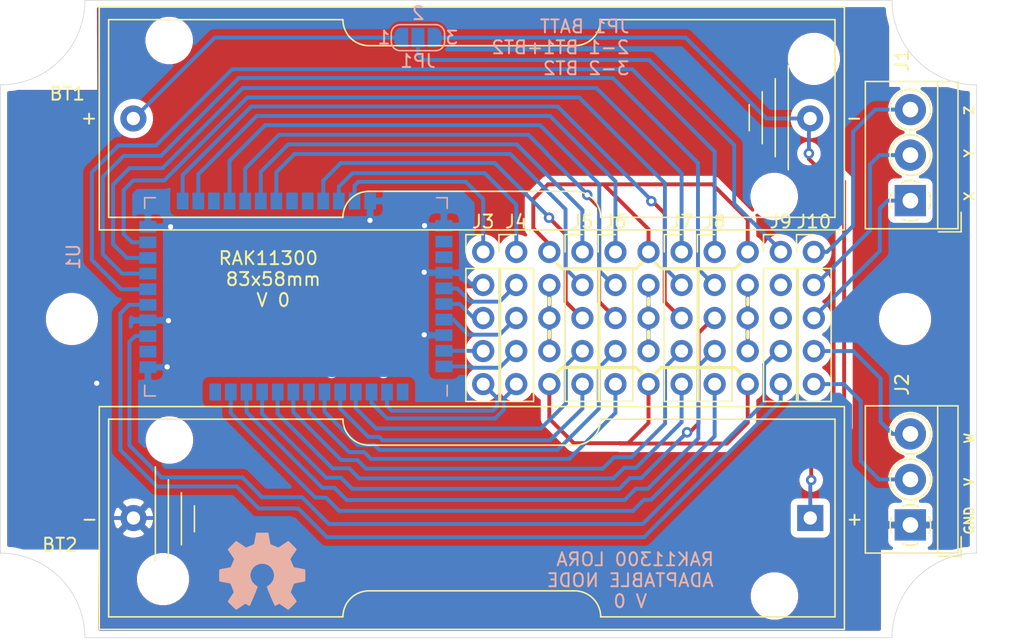
<source format=kicad_pcb>
(kicad_pcb (version 20171130) (host pcbnew 5.1.5+dfsg1-2build2)
  (title_block (title "RAK11300 83x58mm") (company Galopago))
  (layers (0 F.Cu signal) (31 B.Cu signal) (34 B.Paste user) (35 F.Paste user) (36 B.SilkS user) (37 F.SilkS user) (38 B.Mask user) (39 F.Mask user) (44 Edge.Cuts user))
  (net 0 "")
  (net 1 "Net-(BT1-Pad1)")
  (net 2 "Net-(BT1-Pad2)")
  (net 3 "Net-(U1-Pad38)")
  (net 4 "Net-(U1-Pad39)")
  (net 5 "Net-(U1-Pad32)")
  (net 6 "Net-(U1-Pad31)")
  (net 7 "Net-(U1-Pad26)")
  (net 8 "Net-(U1-Pad1)")
  (net 9 "Net-(U1-Pad15)")
  (net 10 "Net-(U1-Pad13)")
  (net 11 "Net-(J9-Pad3)")
  (net 12 "Net-(J9-Pad2)")
  (net 13 /USB_N)
  (net 14 /USB_P)
  (net 15 /P5J7)
  (net 16 /P4J7)
  (net 17 /P2J7)
  (net 18 /P1J7)
  (net 19 /P4J3)
  (net 20 /P3J3)
  (net 21 /P1J3)
  (net 22 /P4J4)
  (net 23 /P3J4)
  (net 24 /P2J4)
  (net 25 /P1J4)
  (net 26 /P5J5)
  (net 27 /P4J5)
  (net 28 /P3J5)
  (net 29 /P2J5)
  (net 30 /P1J5)
  (net 31 /P5J6)
  (net 32 /P4J6)
  (net 33 /P3J6)
  (net 34 /P2J6)
  (net 35 /P1J6)
  (net 36 /P3J7)
  (net 37 /P3J8)
  (net 38 /P4J8)
  (net 39 /P5J8)
  (net 40 /P2J8)
  (net 41 /P1J8)
  (net 42 /P4J9)
  (net 43 /P5J9)
  (net 44 /P5J10)
  (net 45 /P4J10)
  (net 46 /P3J10)
  (net 47 /P2J10)
  (net 48 /P1J10)
  (net 49 GND)
  (net 50 /P1J9)
  (module Connector_Wire:SolderWirePad_1x01_Drill0.8mm (layer F.Cu) (at 157.415 129.505)
    (fp_text reference REF** hide)
    (fp_text value SolderWirePad_1x01_Drill0.8mm hide)
    (pad 1 thru_hole circle (at 0 0) (size 1.7 1.7) (drill 1) (layers *.Cu *.Mask))
  )
  (module Connector_Wire:SolderWirePad_1x01_Drill0.8mm (layer F.Cu) (at 157.415 126.965)
    (fp_text reference REF** hide)
    (fp_text value SolderWirePad_1x01_Drill0.8mm hide)
    (pad 1 thru_hole circle (at 0 0) (size 1.7 1.7) (drill 1) (layers *.Cu *.Mask))
  )
  (module Connector_Wire:SolderWirePad_1x01_Drill0.8mm (layer F.Cu) (at 157.415 124.425)
    (fp_text reference REF** hide)
    (fp_text value SolderWirePad_1x01_Drill0.8mm hide)
    (pad 1 thru_hole circle (at 0 0) (size 1.7 1.7) (drill 1) (layers *.Cu *.Mask))
  )
  (module Connector_Wire:SolderWirePad_1x01_Drill0.8mm (layer F.Cu) (at 157.415 121.885)
    (fp_text reference REF** hide)
    (fp_text value SolderWirePad_1x01_Drill0.8mm hide)
    (pad 1 thru_hole circle (at 0 0) (size 1.7 1.7) (drill 1) (layers *.Cu *.Mask))
  )
  (module Connector_Wire:SolderWirePad_1x01_Drill0.8mm (layer F.Cu) (at 157.415 119.345)
    (fp_text reference REF** hide)
    (fp_text value SolderWirePad_1x01_Drill0.8mm hide)
    (pad 1 thru_hole circle (at 0 0) (size 1.7 1.7) (drill 1) (layers *.Cu *.Mask))
  )
  (module Connector_Wire:SolderWirePad_1x01_Drill0.8mm (layer F.Cu) (at 149.795 129.505)
    (fp_text reference REF** hide)
    (fp_text value SolderWirePad_1x01_Drill0.8mm hide)
    (pad 1 thru_hole circle (at 0 0) (size 1.7 1.7) (drill 1) (layers *.Cu *.Mask))
  )
  (module Connector_Wire:SolderWirePad_1x01_Drill0.8mm (layer F.Cu) (at 149.795 126.965)
    (fp_text reference REF** hide)
    (fp_text value SolderWirePad_1x01_Drill0.8mm hide)
    (pad 1 thru_hole circle (at 0 0) (size 1.7 1.7) (drill 1) (layers *.Cu *.Mask))
  )
  (module Connector_Wire:SolderWirePad_1x01_Drill0.8mm (layer F.Cu) (at 149.795 124.425)
    (fp_text reference REF** hide)
    (fp_text value SolderWirePad_1x01_Drill0.8mm hide)
    (pad 1 thru_hole circle (at 0 0) (size 1.7 1.7) (drill 1) (layers *.Cu *.Mask))
  )
  (module Connector_Wire:SolderWirePad_1x01_Drill0.8mm (layer F.Cu) (at 149.795 121.885)
    (fp_text reference REF** hide)
    (fp_text value SolderWirePad_1x01_Drill0.8mm hide)
    (pad 1 thru_hole circle (at 0 0) (size 1.7 1.7) (drill 1) (layers *.Cu *.Mask))
  )
  (module Connector_Wire:SolderWirePad_1x01_Drill0.8mm (layer F.Cu) (at 149.795 119.345)
    (fp_text reference REF** hide)
    (fp_text value SolderWirePad_1x01_Drill0.8mm hide)
    (pad 1 thru_hole circle (at 0 0) (size 1.7 1.7) (drill 1) (layers *.Cu *.Mask))
  )
  (module Connector_Wire:SolderWirePad_1x01_Drill0.8mm (layer F.Cu) (at 142.175 129.505)
    (fp_text reference REF** hide)
    (fp_text value SolderWirePad_1x01_Drill0.8mm hide)
    (pad 1 thru_hole circle (at 0 0) (size 1.7 1.7) (drill 1) (layers *.Cu *.Mask))
  )
  (module Connector_Wire:SolderWirePad_1x01_Drill0.8mm (layer F.Cu) (at 142.175 126.965)
    (fp_text reference REF** hide)
    (fp_text value SolderWirePad_1x01_Drill0.8mm hide)
    (pad 1 thru_hole circle (at 0 0) (size 1.7 1.7) (drill 1) (layers *.Cu *.Mask))
  )
  (module Connector_Wire:SolderWirePad_1x01_Drill0.8mm (layer F.Cu) (at 142.175 124.425)
    (fp_text reference REF** hide)
    (fp_text value SolderWirePad_1x01_Drill0.8mm hide)
    (pad 1 thru_hole circle (at 0 0) (size 1.7 1.7) (drill 1) (layers *.Cu *.Mask))
  )
  (module Connector_Wire:SolderWirePad_1x01_Drill0.8mm (layer F.Cu) (at 142.175 121.885)
    (fp_text reference REF** hide)
    (fp_text value SolderWirePad_1x01_Drill0.8mm hide)
    (pad 1 thru_hole circle (at 0 0) (size 1.7 1.7) (drill 1) (layers *.Cu *.Mask))
  )
  (module Connector_Wire:SolderWirePad_1x01_Drill0.8mm (layer F.Cu) (at 142.175 119.345)
    (fp_text reference REF** hide)
    (fp_text value SolderWirePad_1x01_Drill0.8mm hide)
    (pad 1 thru_hole circle (at 0 0) (size 1.7 1.7) (drill 1) (layers *.Cu *.Mask))
  )
  (module Battery:BatteryHolder_Keystone_2460_1xAA (layer F.Cu) (at 162.22 139.8 180)
    (fp_text reference BT2 (at 57.6482 -2.059 180) (layer F.SilkS))
    (fp_text value Battery_Cell)
    (fp_text user + (at -3.4 -0.06) (layer F.SilkS))
    (fp_text user - (at 55.37 -0.06) (layer F.SilkS))
    (pad 1 thru_hole rect (at 0 0) (size 2 2) (drill 1.02) (layers *.Cu *.Mask) (net 2 "Net-(BT1-Pad2)"))
    (pad 2 thru_hole circle (at 51.99 0) (size 2 2) (drill 1.02) (layers *.Cu *.Mask) (net 49 GND))
    (pad "" np_thru_hole circle (at 49.23 5.995 180) (size 2.64 2.64) (drill 2.64) (layers *.Cu *.Mask))
    (pad "" np_thru_hole circle (at 2.75 -5.995 270) (size 2.64 2.64) (drill 2.64) (layers *.Cu *.Mask))
  )
  (module RAKWIRELESS:RAK11300 (layer B.Cu) (at 122.7074 122.7963 90)
    (fp_text reference U1 (at 3.0734 -17.0942 90) (layer B.SilkS) (effects (justify mirror)))
    (fp_text value RAK11300)
    (pad 37 smd rect (at 5.45 11.37 180) (size 1.3 0.9) (layers B.Cu B.Paste B.Mask) (net 49 GND))
    (pad 38 smd rect (at 4.25 11.37 180) (size 1.3 0.9) (layers B.Cu B.Paste B.Mask) (net 3 "Net-(U1-Pad38)"))
    (pad 39 smd rect (at 3.05 11.37 180) (size 1.3 0.9) (layers B.Cu B.Paste B.Mask) (net 4 "Net-(U1-Pad39)"))
    (pad 40 smd rect (at 1.85 11.37 180) (size 1.3 0.9) (layers B.Cu B.Paste B.Mask) (net 49 GND))
    (pad 41 smd rect (at 0.65 11.37 180) (size 1.3 0.9) (layers B.Cu B.Paste B.Mask) (net 24 /P2J4))
    (pad 42 smd rect (at -0.55 11.37 180) (size 1.3 0.9) (layers B.Cu B.Paste B.Mask) (net 20 /P3J3))
    (pad 43 smd rect (at -1.75 11.37 180) (size 1.3 0.9) (layers B.Cu B.Paste B.Mask) (net 23 /P3J4))
    (pad 44 smd rect (at -2.95 11.37 180) (size 1.3 0.9) (layers B.Cu B.Paste B.Mask) (net 49 GND))
    (pad 45 smd rect (at -4.15 11.37 180) (size 1.3 0.9) (layers B.Cu B.Paste B.Mask) (net 19 /P4J3))
    (pad 46 smd rect (at -5.35 11.37 180) (size 1.3 0.9) (layers B.Cu B.Paste B.Mask) (net 22 /P4J4))
    (pad 36 smd rect (at 7.37 5.7 90) (size 1.3 0.9) (layers B.Cu B.Paste B.Mask) (net 49 GND))
    (pad 35 smd rect (at 7.37 4.5 90) (size 1.3 0.9) (layers B.Cu B.Paste B.Mask) (net 21 /P1J3))
    (pad 34 smd rect (at 7.37 3.3 90) (size 1.3 0.9) (layers B.Cu B.Paste B.Mask) (net 25 /P1J4))
    (pad 33 smd rect (at 7.37 2.1 90) (size 1.3 0.9) (layers B.Cu B.Paste B.Mask) (net 28 /P3J5))
    (pad 32 smd rect (at 7.37 0.9 90) (size 1.3 0.9) (layers B.Cu B.Paste B.Mask) (net 5 "Net-(U1-Pad32)"))
    (pad 31 smd rect (at 7.37 -0.3 90) (size 1.3 0.9) (layers B.Cu B.Paste B.Mask) (net 6 "Net-(U1-Pad31)"))
    (pad 30 smd rect (at 7.37 -1.5 90) (size 1.3 0.9) (layers B.Cu B.Paste B.Mask) (net 29 /P2J5))
    (pad 29 smd rect (at 7.37 -2.7 90) (size 1.3 0.9) (layers B.Cu B.Paste B.Mask) (net 30 /P1J5))
    (pad 28 smd rect (at 7.37 -3.9 90) (size 1.3 0.9) (layers B.Cu B.Paste B.Mask) (net 33 /P3J6))
    (pad 27 smd rect (at 7.37 -5.1 90) (size 1.3 0.9) (layers B.Cu B.Paste B.Mask) (net 34 /P2J6))
    (pad 26 smd rect (at 7.37 -6.3 90) (size 1.3 0.9) (layers B.Cu B.Paste B.Mask) (net 7 "Net-(U1-Pad26)"))
    (pad 25 smd rect (at 7.37 -7.5 90) (size 1.3 0.9) (layers B.Cu B.Paste B.Mask) (net 35 /P1J6))
    (pad 24 smd rect (at 7.37 -8.7 90) (size 1.3 0.9) (layers B.Cu B.Paste B.Mask) (net 36 /P3J7))
    (pad 23 smd rect (at 5.39 -11.37) (size 1.3 0.9) (layers B.Cu B.Paste B.Mask) (net 49 GND))
    (pad 22 smd rect (at 4.19 -11.37) (size 1.3 0.9) (layers B.Cu B.Paste B.Mask) (net 17 /P2J7))
    (pad 21 smd rect (at 2.99 -11.37) (size 1.3 0.9) (layers B.Cu B.Paste B.Mask) (net 18 /P1J7))
    (pad 20 smd rect (at 1.79 -11.37) (size 1.3 0.9) (layers B.Cu B.Paste B.Mask) (net 40 /P2J8))
    (pad 19 smd rect (at 0.59 -11.37) (size 1.3 0.9) (layers B.Cu B.Paste B.Mask) (net 41 /P1J8))
    (pad 8 smd rect (at -7.32 -0.2 90) (size 1.3 0.9) (layers B.Cu B.Paste B.Mask) (net 16 /P4J7))
    (pad 9 smd rect (at -7.32 -1.4 90) (size 1.3 0.9) (layers B.Cu B.Paste B.Mask) (net 15 /P5J7))
    (pad 10 smd rect (at -7.32 -2.6 90) (size 1.3 0.9) (layers B.Cu B.Paste B.Mask) (net 37 /P3J8))
    (pad 11 smd rect (at -7.32 -3.8 90) (size 1.3 0.9) (layers B.Cu B.Paste B.Mask) (net 38 /P4J8))
    (pad 17 smd rect (at -1.81 -11.37) (size 1.3 0.9) (layers B.Cu B.Paste B.Mask) (net 49 GND))
    (pad 7 smd rect (at -7.32 1 90) (size 1.3 0.9) (layers B.Cu B.Paste B.Mask) (net 31 /P5J6))
    (pad 6 smd rect (at -7.32 2.2 90) (size 1.3 0.9) (layers B.Cu B.Paste B.Mask) (net 32 /P4J6))
    (pad 5 smd rect (at -7.32 3.4 90) (size 1.3 0.9) (layers B.Cu B.Paste B.Mask) (net 26 /P5J5))
    (pad 4 smd rect (at -7.32 4.6 90) (size 1.3 0.9) (layers B.Cu B.Paste B.Mask) (net 27 /P4J5))
    (pad 3 smd rect (at -7.32 5.8 90) (size 1.3 0.9) (layers B.Cu B.Paste B.Mask) (net 14 /USB_P))
    (pad 2 smd rect (at -7.32 7 90) (size 1.3 0.9) (layers B.Cu B.Paste B.Mask) (net 13 /USB_N))
    (pad 1 smd rect (at -7.32 8.2 90) (size 1.3 0.9) (layers B.Cu B.Paste B.Mask) (net 8 "Net-(U1-Pad1)"))
    (pad 18 smd rect (at -0.61 -11.37) (size 1.3 0.9) (layers B.Cu B.Paste B.Mask) (net 43 /P5J9))
    (pad 16 smd rect (at -3.01 -11.37) (size 1.3 0.9) (layers B.Cu B.Paste B.Mask) (net 42 /P4J9))
    (pad 15 smd rect (at -4.21 -11.37) (size 1.3 0.9) (layers B.Cu B.Paste B.Mask) (net 9 "Net-(U1-Pad15)"))
    (pad 14 smd rect (at -5.41 -11.37 180) (size 1.3 0.9) (layers B.Cu B.Paste B.Mask) (net 49 GND))
    (pad 13 smd rect (at -7.32 -6.2 90) (size 1.3 0.9) (layers B.Cu B.Paste B.Mask) (net 10 "Net-(U1-Pad13)"))
    (pad 12 smd rect (at -7.32 -5 90) (size 1.3 0.9) (layers B.Cu B.Paste B.Mask) (net 39 /P5J8))
  )
  (module Connector_PinHeader_2.54mm:PinHeader_1x05_P2.54mm_Vertical (layer F.Cu) (at 159.955 119.345)
    (fp_text reference J9 (at 0 -2.33) (layer F.SilkS))
    (fp_text value Conn_01x05_Male)
    (pad 5 thru_hole oval (at 0 10.16) (size 1.7 1.7) (drill 1) (layers *.Cu *.Mask) (net 43 /P5J9))
    (pad 4 thru_hole oval (at 0 7.62) (size 1.7 1.7) (drill 1) (layers *.Cu *.Mask) (net 42 /P4J9))
    (pad 3 thru_hole oval (at 0 5.08) (size 1.7 1.7) (drill 1) (layers *.Cu *.Mask) (net 11 "Net-(J9-Pad3)"))
    (pad 2 thru_hole oval (at 0 2.54) (size 1.7 1.7) (drill 1) (layers *.Cu *.Mask) (net 12 "Net-(J9-Pad2)"))
    (pad 1 thru_hole circle (at 0 0) (size 1.7 1.7) (drill 1) (layers *.Cu *.Mask) (net 50 /P1J9))
  )
  (module Connector_PinHeader_2.54mm:PinHeader_1x05_P2.54mm_Vertical (layer F.Cu) (at 154.875 119.345)
    (fp_text reference J8 (at 0 -2.33) (layer F.SilkS))
    (fp_text value Conn_01x05_Male)
    (pad 5 thru_hole oval (at 0 10.16) (size 1.7 1.7) (drill 1) (layers *.Cu *.Mask) (net 39 /P5J8))
    (pad 4 thru_hole oval (at 0 7.62) (size 1.7 1.7) (drill 1) (layers *.Cu *.Mask) (net 38 /P4J8))
    (pad 3 thru_hole oval (at 0 5.08) (size 1.7 1.7) (drill 1) (layers *.Cu *.Mask) (net 37 /P3J8))
    (pad 2 thru_hole oval (at 0 2.54) (size 1.7 1.7) (drill 1) (layers *.Cu *.Mask) (net 40 /P2J8))
    (pad 1 thru_hole circle (at 0 0) (size 1.7 1.7) (drill 1) (layers *.Cu *.Mask) (net 41 /P1J8))
  )
  (module Connector_PinHeader_2.54mm:PinHeader_1x05_P2.54mm_Vertical (layer F.Cu) (at 152.335 119.345)
    (fp_text reference J7 (at 0 -2.33) (layer F.SilkS))
    (fp_text value Conn_01x05_Male)
    (pad 5 thru_hole oval (at 0 10.16) (size 1.7 1.7) (drill 1) (layers *.Cu *.Mask) (net 15 /P5J7))
    (pad 4 thru_hole oval (at 0 7.62) (size 1.7 1.7) (drill 1) (layers *.Cu *.Mask) (net 16 /P4J7))
    (pad 3 thru_hole oval (at 0 5.08) (size 1.7 1.7) (drill 1) (layers *.Cu *.Mask) (net 36 /P3J7))
    (pad 2 thru_hole oval (at 0 2.54) (size 1.7 1.7) (drill 1) (layers *.Cu *.Mask) (net 17 /P2J7))
    (pad 1 thru_hole circle (at 0 0) (size 1.7 1.7) (drill 1) (layers *.Cu *.Mask) (net 18 /P1J7))
  )
  (module Connector_PinHeader_2.54mm:PinHeader_1x05_P2.54mm_Vertical (layer F.Cu) (at 147.255 119.345)
    (fp_text reference J6 (at 0 -2.33) (layer F.SilkS))
    (fp_text value Conn_01x05_Male)
    (pad 5 thru_hole oval (at 0 10.16) (size 1.7 1.7) (drill 1) (layers *.Cu *.Mask) (net 31 /P5J6))
    (pad 4 thru_hole oval (at 0 7.62) (size 1.7 1.7) (drill 1) (layers *.Cu *.Mask) (net 32 /P4J6))
    (pad 3 thru_hole oval (at 0 5.08) (size 1.7 1.7) (drill 1) (layers *.Cu *.Mask) (net 33 /P3J6))
    (pad 2 thru_hole oval (at 0 2.54) (size 1.7 1.7) (drill 1) (layers *.Cu *.Mask) (net 34 /P2J6))
    (pad 1 thru_hole circle (at 0 0) (size 1.7 1.7) (drill 1) (layers *.Cu *.Mask) (net 35 /P1J6))
  )
  (module Connector_PinHeader_2.54mm:PinHeader_1x05_P2.54mm_Vertical (layer F.Cu) (at 144.715 119.345)
    (fp_text reference J5 (at 0 -2.33) (layer F.SilkS))
    (fp_text value Conn_01x05_Male)
    (pad 5 thru_hole oval (at 0 10.16) (size 1.7 1.7) (drill 1) (layers *.Cu *.Mask) (net 26 /P5J5))
    (pad 4 thru_hole oval (at 0 7.62) (size 1.7 1.7) (drill 1) (layers *.Cu *.Mask) (net 27 /P4J5))
    (pad 3 thru_hole oval (at 0 5.08) (size 1.7 1.7) (drill 1) (layers *.Cu *.Mask) (net 28 /P3J5))
    (pad 2 thru_hole oval (at 0 2.54) (size 1.7 1.7) (drill 1) (layers *.Cu *.Mask) (net 29 /P2J5))
    (pad 1 thru_hole circle (at 0 0) (size 1.7 1.7) (drill 1) (layers *.Cu *.Mask) (net 30 /P1J5))
  )
  (module Connector_PinHeader_2.54mm:PinHeader_1x05_P2.54mm_Vertical (layer F.Cu) (at 139.635 119.345)
    (fp_text reference J4 (at 0 -2.33) (layer F.SilkS))
    (fp_text value Conn_01x05_Male)
    (pad 5 thru_hole oval (at 0 10.16) (size 1.7 1.7) (drill 1) (layers *.Cu *.Mask) (net 14 /USB_P))
    (pad 4 thru_hole oval (at 0 7.62) (size 1.7 1.7) (drill 1) (layers *.Cu *.Mask) (net 22 /P4J4))
    (pad 3 thru_hole oval (at 0 5.08) (size 1.7 1.7) (drill 1) (layers *.Cu *.Mask) (net 23 /P3J4))
    (pad 2 thru_hole oval (at 0 2.54) (size 1.7 1.7) (drill 1) (layers *.Cu *.Mask) (net 24 /P2J4))
    (pad 1 thru_hole circle (at 0 0) (size 1.7 1.7) (drill 1) (layers *.Cu *.Mask) (net 25 /P1J4))
  )
  (module Connector_PinHeader_2.54mm:PinHeader_1x05_P2.54mm_Vertical (layer F.Cu) (at 137.095 119.345)
    (fp_text reference J3 (at 0 -2.33) (layer F.SilkS))
    (fp_text value Conn_01x05_Male)
    (pad 5 thru_hole oval (at 0 10.16) (size 1.7 1.7) (drill 1) (layers *.Cu *.Mask) (net 13 /USB_N))
    (pad 4 thru_hole oval (at 0 7.62) (size 1.7 1.7) (drill 1) (layers *.Cu *.Mask) (net 19 /P4J3))
    (pad 3 thru_hole oval (at 0 5.08) (size 1.7 1.7) (drill 1) (layers *.Cu *.Mask) (net 20 /P3J3))
    (pad 2 thru_hole oval (at 0 2.54) (size 1.7 1.7) (drill 1) (layers *.Cu *.Mask) (net 49 GND))
    (pad 1 thru_hole circle (at 0 0) (size 1.7 1.7) (drill 1) (layers *.Cu *.Mask) (net 21 /P1J3))
  )
  (module Connector_PinHeader_2.54mm:PinHeader_1x05_P2.54mm_Vertical (layer F.Cu) (at 162.495 119.345)
    (fp_text reference J10 (at 0 -2.33) (layer F.SilkS))
    (fp_text value Conn_01x05_Male)
    (pad 5 thru_hole oval (at 0 10.16) (size 1.7 1.7) (drill 1) (layers *.Cu *.Mask) (net 44 /P5J10))
    (pad 4 thru_hole oval (at 0 7.62) (size 1.7 1.7) (drill 1) (layers *.Cu *.Mask) (net 45 /P4J10))
    (pad 3 thru_hole oval (at 0 5.08) (size 1.7 1.7) (drill 1) (layers *.Cu *.Mask) (net 46 /P3J10))
    (pad 2 thru_hole oval (at 0 2.54) (size 1.7 1.7) (drill 1) (layers *.Cu *.Mask) (net 47 /P2J10))
    (pad 1 thru_hole circle (at 0 0) (size 1.7 1.7) (drill 1) (layers *.Cu *.Mask) (net 48 /P1J10))
  )
  (module Symbol:OSHW-Symbol_6.7x6mm_SilkScreen (layer B.Cu) (at 120.1293 143.9037 180)
    (fp_text reference REF** hide)
    (fp_text value OSHW-Symbol_6.7x6mm_SilkScreen hide)
  )
  (module Symbol:OSHW-Symbol_6.7x6mm_Copper (layer F.Cu) (at 127.4318 125.5903)
    (fp_text reference REF** hide)
    (fp_text value OSHW-Symbol_6.7x6mm_Copper hide)
    (fp_poly (pts (xy 0.555814 -2.531069) (xy 0.639635 -2.086445) (xy 0.94892 -1.958947) (xy 1.258206 -1.831449) (xy 1.629246 -2.083754) (xy 1.733157 -2.154004) (xy 1.827087 -2.216728) (xy 1.906652 -2.269062) (xy 1.96747 -2.308143) (xy 2.005157 -2.331107) (xy 2.015421 -2.336058) (xy 2.03391 -2.323324) (xy 2.07342 -2.288118) (xy 2.129522 -2.234938) (xy 2.197787 -2.168282) (xy 2.273786 -2.092646) (xy 2.353092 -2.012528) (xy 2.431275 -1.932426) (xy 2.503907 -1.856836) (xy 2.566559 -1.790255) (xy 2.614803 -1.737182) (xy 2.64421 -1.702113) (xy 2.651241 -1.690377) (xy 2.641123 -1.66874) (xy 2.612759 -1.621338) (xy 2.569129 -1.552807) (xy 2.513218 -1.467785) (xy 2.448006 -1.370907) (xy 2.410219 -1.31565) (xy 2.341343 -1.214752) (xy 2.28014 -1.123701) (xy 2.229578 -1.04703) (xy 2.192628 -0.989272) (xy 2.172258 -0.954957) (xy 2.169197 -0.947746) (xy 2.176136 -0.927252) (xy 2.195051 -0.879487) (xy 2.223087 -0.811168) (xy 2.257391 -0.729011) (xy 2.295109 -0.63973) (xy 2.333387 -0.550042) (xy 2.36937 -0.466662) (xy 2.400206 -0.396306) (xy 2.423039 -0.34569) (xy 2.435017 -0.321529) (xy 2.435724 -0.320578) (xy 2.454531 -0.315964) (xy 2.504618 -0.305672) (xy 2.580793 -0.290713) (xy 2.677865 -0.272099) (xy 2.790643 -0.250841) (xy 2.856442 -0.238582) (xy 2.97695 -0.215638) (xy 3.085797 -0.193805) (xy 3.177476 -0.174278) (xy 3.246481 -0.158252) (xy 3.287304 -0.146921) (xy 3.295511 -0.143326) (xy 3.303548 -0.118994) (xy 3.310033 -0.064041) (xy 3.31497 0.015108) (xy 3.318364 0.112026) (xy 3.320218 0.220287) (xy 3.320538 0.333465) (xy 3.319327 0.445135) (xy 3.31659 0.548868) (xy 3.312331 0.638241) (xy 3.306555 0.706826) (xy 3.299267 0.748197) (xy 3.294895 0.75681) (xy 3.268764 0.767133) (xy 3.213393 0.781892) (xy 3.136107 0.799352) (xy 3.04423 0.81778) (xy 3.012158 0.823741) (xy 2.857524 0.852066) (xy 2.735375 0.874876) (xy 2.641673 0.89308) (xy 2.572384 0.907583) (xy 2.523471 0.919292) (xy 2.490897 0.929115) (xy 2.470628 0.937956) (xy 2.458626 0.946724) (xy 2.456947 0.948457) (xy 2.440184 0.976371) (xy 2.414614 1.030695) (xy 2.382788 1.104777) (xy 2.34726 1.191965) (xy 2.310583 1.285608) (xy 2.275311 1.379052) (xy 2.243996 1.465647) (xy 2.219193 1.53874) (xy 2.203454 1.591678) (xy 2.199332 1.617811) (xy 2.199676 1.618726) (xy 2.213641 1.640086) (xy 2.245322 1.687084) (xy 2.291391 1.754827) (xy 2.348518 1.838423) (xy 2.413373 1.932982) (xy 2.431843 1.959854) (xy 2.497699 2.057275) (xy 2.55565 2.146163) (xy 2.602538 2.221412) (xy 2.635207 2.27792) (xy 2.6505 2.310581) (xy 2.651241 2.314593) (xy 2.638392 2.335684) (xy 2.602888 2.377464) (xy 2.549293 2.435445) (xy 2.482171 2.505135) (xy 2.406087 2.582045) (xy 2.325604 2.661683) (xy 2.245287 2.739561) (xy 2.169699 2.811186) (xy 2.103405 2.87207) (xy 2.050969 2.917721) (xy 2.016955 2.94365) (xy 2.007545 2.947883) (xy 1.985643 2.937912) (xy 1.9408 2.91102) (xy 1.880321 2.871736) (xy 1.833789 2.840117) (xy 1.749475 2.782098) (xy 1.649626 2.713784) (xy 1.549473 2.645579) (xy 1.495627 2.609075) (xy 1.313371 2.4858) (xy 1.160381 2.56852) (xy 1.090682 2.604759) (xy 1.031414 2.632926) (xy 0.991311 2.648991) (xy 0.981103 2.651226) (xy 0.968829 2.634722) (xy 0.944613 2.588082) (xy 0.910263 2.515609) (xy 0.867588 2.421606) (xy 0.818394 2.310374) (xy 0.76449 2.186215) (xy 0.707684 2.053432) (xy 0.649782 1.916327) (xy 0.592593 1.779202) (xy 0.537924 1.646358) (xy 0.487584 1.522098) (xy 0.44338 1.410725) (xy 0.407119 1.316539) (xy 0.380609 1.243844) (xy 0.365658 1.196941) (xy 0.363254 1.180833) (xy 0.382311 1.160286) (xy 0.424036 1.126933) (xy 0.479706 1.087702) (xy 0.484378 1.084599) (xy 0.628264 0.969423) (xy 0.744283 0.835053) (xy 0.83143 0.685784) (xy 0.888699 0.525913) (xy 0.915086 0.359737) (xy 0.909585 0.191552) (xy 0.87119 0.025655) (xy 0.798895 -0.133658) (xy 0.777626 -0.168513) (xy 0.666996 -0.309263) (xy 0.536302 -0.422286) (xy 0.390064 -0.506997) (xy 0.232808 -0.562806) (xy 0.069057 -0.589126) (xy -0.096667 -0.58537) (xy -0.259838 -0.55095) (xy -0.415935 -0.485277) (xy -0.560433 -0.387765) (xy -0.605131 -0.348187) (xy -0.718888 -0.224297) (xy -0.801782 -0.093876) (xy -0.858644 0.052315) (xy -0.890313 0.197088) (xy -0.898131 0.35986) (xy -0.872062 0.52344) (xy -0.814755 0.682298) (xy -0.728856 0.830906) (xy -0.617014 0.963735) (xy -0.481877 1.075256) (xy -0.464117 1.087011) (xy -0.40785 1.125508) (xy -0.365077 1.158863) (xy -0.344628 1.18016) (xy -0.344331 1.180833) (xy -0.348721 1.203871) (xy -0.366124 1.256157) (xy -0.394732 1.33339) (xy -0.432735 1.431268) (xy -0.478326 1.545491) (xy -0.529697 1.671758) (xy -0.585038 1.805767) (xy -0.642542 1.943218) (xy -0.700399 2.079808) (xy -0.756802 2.211237) (xy -0.809942 2.333205) (xy -0.85801 2.441409) (xy -0.899199 2.531549) (xy -0.931699 2.599323) (xy -0.953703 2.64043) (xy -0.962564 2.651226) (xy -0.98964 2.642819) (xy -1.040303 2.620272) (xy -1.105817 2.587613) (xy -1.141841 2.56852) (xy -1.294832 2.4858) (xy -1.477088 2.609075) (xy -1.570125 2.672228) (xy -1.671985 2.741727) (xy -1.767438 2.807165) (xy -1.81525 2.840117) (xy -1.882495 2.885273) (xy -1.939436 2.921057) (xy -1.978646 2.942938) (xy -1.991381 2.947563) (xy -2.009917 2.935085) (xy -2.050941 2.900252) (xy -2.110475 2.846678) (xy -2.184542 2.777983) (xy -2.269165 2.697781) (xy -2.322685 2.646286) (xy -2.416319 2.554286) (xy -2.497241 2.471999) (xy -2.562177 2.402945) (xy -2.607858 2.350644) (xy -2.631011 2.318616) (xy -2.633232 2.312116) (xy -2.622924 2.287394) (xy -2.594439 2.237405) (xy -2.550937 2.167212) (xy -2.495577 2.081875) (xy -2.43152 1.986456) (xy -2.413303 1.959854) (xy -2.346927 1.863167) (xy -2.287378 1.776117) (xy -2.237984 1.703595) (xy -2.202075 1.650493) (xy -2.182981 1.621703) (xy -2.181136 1.618726) (xy -2.183895 1.595782) (xy -2.198538 1.545336) (xy -2.222513 1.474041) (xy -2.253266 1.388547) (xy -2.288244 1.295507) (xy -2.324893 1.201574) (xy -2.360661 1.113399) (xy -2.392994 1.037634) (xy -2.419338 0.980931) (xy -2.437142 0.949943) (xy -2.438407 0.948457) (xy -2.449294 0.939601) (xy -2.467682 0.930843) (xy -2.497606 0.921277) (xy -2.543103 0.909996) (xy -2.608209 0.896093) (xy -2.696961 0.878663) (xy -2.813393 0.856798) (xy -2.961542 0.829591) (xy -2.993618 0.823741) (xy -3.088686 0.805374) (xy -3.171565 0.787405) (xy -3.23493 0.771569) (xy -3.271458 0.7596) (xy -3.276356 0.75681) (xy -3.284427 0.732072) (xy -3.290987 0.67679) (xy -3.296033 0.597389) (xy -3.299559 0.500296) (xy -3.301561 0.391938) (xy -3.302036 0.27874) (xy -3.300977 0.167128) (xy -3.298382 0.063529) (xy -3.294246 -0.025632) (xy -3.288563 -0.093928) (xy -3.281331 -0.134934) (xy -3.276971 -0.143326) (xy -3.252698 -0.151792) (xy -3.197426 -0.165565) (xy -3.116662 -0.18345) (xy -3.015912 -0.204252) (xy -2.900683 -0.226777) (xy -2.837902 -0.238582) (xy -2.718787 -0.260849) (xy -2.612565 -0.281021) (xy -2.524427 -0.298085) (xy -2.459566 -0.311031) (xy -2.423174 -0.318845) (xy -2.417184 -0.320578) (xy -2.407061 -0.34011) (xy -2.385662 -0.387157) (xy -2.355839 -0.454997) (xy -2.320445 -0.536909) (xy -2.282332 -0.626172) (xy -2.244353 -0.716065) (xy -2.20936 -0.799865) (xy -2.180206 -0.870853) (xy -2.159743 -0.922306) (xy -2.150823 -0.947503) (xy -2.150657 -0.948604) (xy -2.160769 -0.968481) (xy -2.189117 -1.014223) (xy -2.232723 -1.081283) (xy -2.288606 -1.165116) (xy -2.353787 -1.261174) (xy -2.391679 -1.31635) (xy -2.460725 -1.417519) (xy -2.52205 -1.50937) (xy -2.572663 -1.587256) (xy -2.609571 -1.646531) (xy -2.629782 -1.682549) (xy -2.632701 -1.690623) (xy -2.620153 -1.709416) (xy -2.585463 -1.749543) (xy -2.533063 -1.806507) (xy -2.467384 -1.875815) (xy -2.392856 -1.952969) (xy -2.313913 -2.033475) (xy -2.234983 -2.112837) (xy -2.1605 -2.18656) (xy -2.094894 -2.250148) (xy -2.042596 -2.299106) (xy -2.008039 -2.328939) (xy -1.996478 -2.336058) (xy -1.977654 -2.326047) (xy -1.932631 -2.297922) (xy -1.865787 -2.254546) (xy -1.781499 -2.198782) (xy -1.684144 -2.133494) (xy -1.610707 -2.083754) (xy -1.239667 -1.831449) (xy -0.621095 -2.086445) (xy -0.537275 -2.531069) (xy -0.453454 -2.975693) (xy 0.471994 -2.975693) (xy 0.555814 -2.531069)) (layer F.Cu) (width 0.01))
  )
  (module TerminalBlock_4Ucon:TerminalBlock_4Ucon_1x03_P3.50mm_Horizontal (layer F.Cu) (at 169.91 115.4 90)
    (fp_text reference J1 (at 10.795 -0.635 90) (layer F.SilkS))
    (fp_text value Screw_Terminal_01x03)
    (pad 3 thru_hole circle (at 7 0 90) (size 2.4 2.4) (drill 1.2) (layers *.Cu *.Mask) (net 48 /P1J10))
    (pad 2 thru_hole circle (at 3.5 0 90) (size 2.4 2.4) (drill 1.2) (layers *.Cu *.Mask) (net 47 /P2J10))
    (pad 1 thru_hole rect (at 0 0 90) (size 2.4 2.4) (drill 1.2) (layers *.Cu *.Mask) (net 46 /P3J10))
  )
  (module Battery:BatteryHolder_Keystone_2460_1xAA (layer F.Cu) (at 110.22 109.085)
    (fp_text reference BT1 (at -5.08 -1.905 180) (layer F.SilkS))
    (fp_text value Battery_Cell)
    (fp_text user + (at -3.4 -0.06) (layer F.SilkS))
    (fp_text user - (at 55.37 -0.06) (layer F.SilkS))
    (pad 1 thru_hole circle (at 0 0 180) (size 2 2) (drill 1.02) (layers *.Cu *.Mask) (net 1 "Net-(BT1-Pad1)"))
    (pad 2 thru_hole circle (at 51.99 0 180) (size 2 2) (drill 1.02) (layers *.Cu *.Mask) (net 2 "Net-(BT1-Pad2)"))
    (pad "" np_thru_hole circle (at 49.23 5.995) (size 2.64 2.64) (drill 2.64) (layers *.Cu *.Mask))
    (pad "" np_thru_hole circle (at 2.75 -5.995 90) (size 2.64 2.64) (drill 2.64) (layers *.Cu *.Mask))
  )
  (module TerminalBlock_4Ucon:TerminalBlock_4Ucon_1x03_P3.50mm_Horizontal (layer F.Cu) (at 169.91 140.335 90)
    (fp_text reference J2 (at 10.795 -0.635 90) (layer F.SilkS))
    (fp_text value Screw_Terminal_01x03)
    (pad 3 thru_hole circle (at 7 0 90) (size 2.4 2.4) (drill 1.2) (layers *.Cu *.Mask) (net 45 /P4J10))
    (pad 2 thru_hole circle (at 3.5 0 90) (size 2.4 2.4) (drill 1.2) (layers *.Cu *.Mask) (net 44 /P5J10))
    (pad 1 thru_hole rect (at 0 0 90) (size 2.4 2.4) (drill 1.2) (layers *.Cu *.Mask) (net 49 GND))
  )
  (module Jumper:SolderJumper-3_P1.3mm_Open_RoundedPad1.0x1.5mm_NumberLabels (layer B.Cu) (at 132.08 102.87)
    (fp_text reference JP1 (at 0 1.8) (layer B.SilkS) (effects (justify mirror)))
    (fp_text value SolderJumper_3_Open)
    (fp_text user 1 (at -2.6 0) (layer B.SilkS) (effects (justify mirror)))
    (fp_text user 3 (at 2.6 0) (layer B.SilkS) (effects (justify mirror)))
    (pad 2 smd rect (at 0 0) (size 1 1.5) (layers B.Cu B.Mask) (net 50 /P1J9))
    (pad 3 smd custom (at 1.3 0) (size 1 0.5) (layers B.Cu B.Mask) (net 2 "Net-(BT1-Pad2)") (options (clearance outline) (anchor rect)) (primitives (gr_circle (center 0 -0.25) (end 0.5 -0.25) (width 0)) (gr_circle (center 0 0.25) (end 0.5 0.25) (width 0)) (gr_poly (pts (xy -0.55 0.75) (xy 0 0.75) (xy 0 -0.75) (xy -0.55 -0.75)) (width 0))))
    (pad 1 smd custom (at -1.3 0) (size 1 0.5) (layers B.Cu B.Mask) (net 1 "Net-(BT1-Pad1)") (options (clearance outline) (anchor rect)) (primitives (gr_circle (center 0 -0.25) (end 0.5 -0.25) (width 0)) (gr_circle (center 0 0.25) (end 0.5 0.25) (width 0)) (gr_poly (pts (xy 0.55 0.75) (xy 0 0.75) (xy 0 -0.75) (xy 0.55 -0.75)) (width 0))))
  )
  (module MountingHole:MountingHole_3mm (layer F.Cu) (at 105.5 124.5)
    (fp_text reference H2 hide)
    (fp_text value MountingHole)
    (pad 1 np_thru_hole circle (at 0 0) (size 3 3) (drill 3) (layers *.Cu *.Mask))
  )
  (module MountingHole:MountingHole_3mm (layer F.Cu) (at 112.5 144.5)
    (fp_text reference H3 hide)
    (fp_text value MountingHole)
    (pad 1 np_thru_hole circle (at 0 0) (size 3 3) (drill 3) (layers *.Cu *.Mask))
  )
  (module MountingHole:MountingHole_3mm (layer F.Cu) (at 162.5 104.5)
    (fp_text reference H4 hide)
    (fp_text value MountingHole)
    (pad 1 np_thru_hole circle (at 0 0) (size 3 3) (drill 3) (layers *.Cu *.Mask))
  )
  (module MountingHole:MountingHole_3mm (layer F.Cu) (at 169.5 124.5)
    (fp_text reference H5 hide)
    (fp_text value MountingHole)
    (pad 1 np_thru_hole circle (at 0 0) (size 3 3) (drill 3) (layers *.Cu *.Mask))
  )
  (gr_text 2 (at 132.6769 100.9904) (layer B.SilkS) (effects (font (size 1 1)) (justify left mirror)))
  (gr_line (start 150.7744 120.6373) (end 150.3172 120.1801) (layer F.SilkS) (width 0.25))
  (gr_line (start 156.8704 120.2055) (end 156.4132 120.6627) (layer F.SilkS) (width 0.25))
  (gr_line (start 156.4386 120.6373) (end 150.7363 120.6373) (layer F.SilkS) (width 0.25))
  (gr_line (start 149.3012 120.1801) (end 148.844 120.6373) (layer F.SilkS) (width 0.25))
  (gr_line (start 148.8567 120.6373) (end 143.1544 120.6373) (layer F.SilkS) (width 0.25))
  (gr_line (start 143.129 120.6373) (end 142.6718 120.1801) (layer F.SilkS) (width 0.25))
  (gr_line (start 156.8958 128.6891) (end 156.4386 128.2319) (layer F.SilkS) (width 0.25))
  (gr_line (start 149.2885 128.6891) (end 148.8313 128.2319) (layer F.SilkS) (width 0.25))
  (gr_line (start 150.7363 128.2319) (end 150.2791 128.6891) (layer F.SilkS) (width 0.25))
  (gr_line (start 143.1544 128.2319) (end 142.6972 128.6891) (layer F.SilkS) (width 0.25))
  (gr_line (start 156.4513 128.2319) (end 150.749 128.2319) (layer F.SilkS) (width 0.25))
  (gr_line (start 148.844 128.2319) (end 143.1417 128.2319) (layer F.SilkS) (width 0.25))
  (gr_line (start 157.4165 125.4506) (end 157.4165 125.9332) (layer F.SilkS) (width 0.25))
  (gr_line (start 157.4165 122.9106) (end 157.4165 123.3932) (layer F.SilkS) (width 0.25))
  (gr_line (start 149.7965 125.4633) (end 149.7965 125.9459) (layer F.SilkS) (width 0.25))
  (gr_line (start 149.7965 122.9233) (end 149.7965 123.4059) (layer F.SilkS) (width 0.25))
  (gr_line (start 142.1765 125.4506) (end 142.1765 125.9332) (layer F.SilkS) (width 0.25))
  (gr_line (start 142.1765 122.9106) (end 142.1765 123.3932) (layer F.SilkS) (width 0.25))
  (gr_text "RAK11300 LORA \nADAPTABLE NODE\nV 0" (at 148.3868 144.5895) (layer B.SilkS) (effects (font (size 1 1)) (justify mirror)))
  (gr_text "GND   V     W" (at 174.425 137.16 90) (layer F.SilkS) (effects (font (size 0.7 0.7))))
  (gr_text "X     Y     Z" (at 174.425 111.76 90) (layer F.SilkS) (effects (font (size 0.7 0.7))))
  (gr_text "JP1 BATT\n2-1 BT1+BT2\n3-2 BT2" (at 148.4122 103.6193) (layer B.SilkS) (effects (font (size 1 1)) (justify left mirror)))
  (gr_text "RAK11300 \n83x58mm\nV 0" (at 120.9675 121.4374) (layer F.SilkS) (effects (font (size 1 1))))
  (gr_arc (start 175 149) (end 175 142.5) (angle -90) (layer Edge.Cuts) (width 0.05))
  (gr_arc (start 175 100) (end 175 106.5) (angle 90) (layer Edge.Cuts) (width 0.05))
  (gr_arc (start 100 149) (end 106.5 149) (angle -90) (layer Edge.Cuts) (width 0.05))
  (gr_arc (start 100 100) (end 106.5 100) (angle 90) (layer Edge.Cuts) (width 0.05))
  (gr_line (start 175 106.5) (end 175 142.5) (layer Edge.Cuts) (width 0.05))
  (gr_line (start 100 106.5) (end 100 142.5) (layer Edge.Cuts) (width 0.05))
  (gr_line (start 106.5 149) (end 168.5 149) (layer Edge.Cuts) (width 0.05))
  (gr_line (start 106.5 100) (end 168.5 100) (layer Edge.Cuts) (width 0.05))
  (segment (start 142.175 124.425) (end 142.175 126.965) (width 0.3) (layer B.Cu) (net 0))
  (segment (start 142.175 124.425) (end 142.175 121.885) (width 0.3) (layer B.Cu) (net 0))
  (segment (start 149.795 121.885) (end 149.795 124.425) (width 0.3) (layer B.Cu) (net 0))
  (segment (start 149.795 124.425) (end 149.795 126.965) (width 0.3) (layer B.Cu) (net 0))
  (segment (start 157.415 126.965) (end 157.415 124.425) (width 0.3) (layer B.Cu) (net 0))
  (segment (start 157.415 124.425) (end 157.415 121.885) (width 0.3) (layer B.Cu) (net 0))
  (segment (start 157.415 121.885) (end 157.415 124.425) (width 0.3) (layer F.Cu) (net 0))
  (segment (start 157.415 124.425) (end 157.415 126.965) (width 0.3) (layer F.Cu) (net 0))
  (segment (start 149.795 121.885) (end 149.795 124.425) (width 0.3) (layer F.Cu) (net 0))
  (segment (start 149.795 124.425) (end 149.795 126.965) (width 0.3) (layer F.Cu) (net 0))
  (segment (start 142.175 121.885) (end 142.175 124.425) (width 0.3) (layer F.Cu) (net 0))
  (segment (start 142.175 124.425) (end 142.175 126.965) (width 0.3) (layer F.Cu) (net 0))
  (segment (start 157.415 129.505) (end 157.415 132.4752) (width 0.3) (layer F.Cu) (net 0))
  (segment (start 157.415 132.4752) (end 155.8163 134.0739) (width 0.3) (layer F.Cu) (net 0))
  (segment (start 149.795 132.4722) (end 149.795 129.505) (width 0.3) (layer F.Cu) (net 0))
  (segment (start 149.795 132.4879) (end 149.795 132.4722) (width 0.3) (layer F.Cu) (net 0))
  (segment (start 148.2344 134.0485) (end 149.795 132.4879) (width 0.3) (layer F.Cu) (net 0))
  (segment (start 142.175 132.1674) (end 144.0561 134.0485) (width 0.3) (layer F.Cu) (net 0))
  (segment (start 142.175 129.505) (end 142.175 132.1674) (width 0.3) (layer F.Cu) (net 0))
  (segment (start 142.175 119.345) (end 142.175 118.7562) (width 0.3) (layer F.Cu) (net 0))
  (segment (start 142.175 118.7562) (end 140.9446 117.5258) (width 0.3) (layer F.Cu) (net 0))
  (segment (start 140.9446 117.5258) (end 140.9446 115.2779) (width 0.3) (layer F.Cu) (net 0))
  (segment (start 140.9446 115.2779) (end 142.0749 114.1476) (width 0.3) (layer F.Cu) (net 0))
  (segment (start 142.0749 114.1476) (end 146.3421 114.1476) (width 0.3) (layer F.Cu) (net 0))
  (segment (start 149.795 117.6005) (end 149.795 119.345) (width 0.3) (layer F.Cu) (net 0))
  (segment (start 146.3421 114.1476) (end 149.795 117.6005) (width 0.3) (layer F.Cu) (net 0))
  (segment (start 157.415 119.345) (end 157.415 116.8512) (width 0.3) (layer F.Cu) (net 0))
  (segment (start 154.7114 114.1476) (end 146.3421 114.1476) (width 0.3) (layer F.Cu) (net 0))
  (segment (start 157.415 116.8512) (end 154.7114 114.1476) (width 0.3) (layer F.Cu) (net 0))
  (segment (start 147.5867 134.0485) (end 148.2344 134.0485) (width 0.3) (layer F.Cu) (net 0))
  (segment (start 147.6121 134.0739) (end 147.5867 134.0485) (width 0.3) (layer F.Cu) (net 0))
  (segment (start 144.0561 134.0485) (end 147.5867 134.0485) (width 0.3) (layer F.Cu) (net 0))
  (segment (start 155.8163 134.0739) (end 151.8666 134.0739) (width 0.3) (layer F.Cu) (net 0))
  (segment (start 151.8666 134.0739) (end 147.6121 134.0739) (width 0.3) (layer F.Cu) (net 0))
  (segment (start 151.8666 134.0739) (end 151.3967 134.0739) (width 0.3) (layer F.Cu) (net 0))
  (segment (start 110.22 109.085) (end 110.2567 109.085) (width 0.3) (layer B.Cu) (net 1))
  (segment (start 116.4717 102.87) (end 130.78 102.87) (width 0.3) (layer B.Cu) (net 1))
  (segment (start 110.2567 109.085) (end 116.4717 102.87) (width 0.3) (layer B.Cu) (net 1))
  (segment (start 133.38 102.87) (end 152.6413 102.87) (width 0.3) (layer B.Cu) (net 2))
  (segment (start 158.8563 109.085) (end 162.21 109.085) (width 0.3) (layer B.Cu) (net 2))
  (segment (start 152.6413 102.87) (end 158.8563 109.085) (width 0.3) (layer B.Cu) (net 2))
  (via (at 162.2933 136.8806) (size 0.8) (drill 0.4) (layers F.Cu B.Cu) (net 2))
  (segment (start 162.22 136.9539) (end 162.2933 136.8806) (width 0.3) (layer B.Cu) (net 2))
  (segment (start 162.22 139.8) (end 162.22 136.9539) (width 0.3) (layer B.Cu) (net 2))
  (via (at 162.1155 111.7727) (size 0.8) (drill 0.4) (layers F.Cu B.Cu) (net 2))
  (segment (start 162.1155 109.1795) (end 162.21 109.085) (width 0.3) (layer B.Cu) (net 2))
  (segment (start 162.1155 111.7727) (end 162.1155 109.1795) (width 0.3) (layer B.Cu) (net 2))
  (segment (start 162.687 112.7633) (end 162.1155 112.1918) (width 0.3) (layer F.Cu) (net 2))
  (segment (start 162.1155 112.1918) (end 162.1155 111.7727) (width 0.3) (layer F.Cu) (net 2))
  (segment (start 163.6522 112.7633) (end 162.687 112.7633) (width 0.3) (layer F.Cu) (net 2))
  (segment (start 164.8206 132.7658) (end 164.8206 113.9317) (width 0.3) (layer F.Cu) (net 2))
  (segment (start 163.957 133.6294) (end 164.8206 132.7658) (width 0.3) (layer F.Cu) (net 2))
  (segment (start 163.0934 133.6294) (end 163.957 133.6294) (width 0.3) (layer F.Cu) (net 2))
  (segment (start 164.8206 113.9317) (end 163.6522 112.7633) (width 0.3) (layer F.Cu) (net 2))
  (segment (start 162.2933 134.4295) (end 163.0934 133.6294) (width 0.3) (layer F.Cu) (net 2))
  (segment (start 162.2933 136.8806) (end 162.2933 134.4295) (width 0.3) (layer F.Cu) (net 2))
  (segment (start 129.7074 130.3163) (end 129.3324 130.6913) (width 0.2) (layer B.Cu) (net 13))
  (segment (start 129.7074 130.1163) (end 129.7074 130.3163) (width 0.2) (layer B.Cu) (net 13))
  (segment (start 129.7074 130.1163) (end 129.7074 131.1933) (width 0.3) (layer B.Cu) (net 13))
  (segment (start 129.7074 131.1933) (end 130.0607 131.5466) (width 0.3) (layer B.Cu) (net 13))
  (segment (start 130.0607 131.5466) (end 137.8458 131.5466) (width 0.3) (layer B.Cu) (net 13))
  (segment (start 137.8458 131.5466) (end 138.1633 131.2291) (width 0.3) (layer B.Cu) (net 13))
  (segment (start 138.1633 130.5733) (end 137.095 129.505) (width 0.3) (layer B.Cu) (net 13))
  (segment (start 138.1633 131.2291) (end 138.1633 130.5733) (width 0.3) (layer B.Cu) (net 13))
  (segment (start 128.5074 130.3163) (end 128.8824 130.6913) (width 0.2) (layer B.Cu) (net 14))
  (segment (start 128.5074 130.1163) (end 128.5074 130.3163) (width 0.2) (layer B.Cu) (net 14))
  (segment (start 139.635 129.66295) (end 139.635 129.505) (width 0.3) (layer B.Cu) (net 14))
  (segment (start 138.684 130.61395) (end 139.635 129.66295) (width 0.3) (layer B.Cu) (net 14))
  (segment (start 138.684 131.4704) (end 138.684 130.61395) (width 0.3) (layer B.Cu) (net 14))
  (segment (start 138.0109 132.1435) (end 138.684 131.4704) (width 0.3) (layer B.Cu) (net 14))
  (segment (start 129.7051 132.1435) (end 138.0109 132.1435) (width 0.3) (layer B.Cu) (net 14))
  (segment (start 128.5074 130.9458) (end 129.7051 132.1435) (width 0.3) (layer B.Cu) (net 14))
  (segment (start 128.5074 130.1163) (end 128.5074 130.9458) (width 0.3) (layer B.Cu) (net 14))
  (segment (start 152.335 132.4371) (end 152.335 129.505) (width 0.3) (layer B.Cu) (net 15))
  (segment (start 147.9169 135.9408) (end 148.8313 135.9408) (width 0.3) (layer B.Cu) (net 15))
  (segment (start 148.8313 135.9408) (end 152.335 132.4371) (width 0.3) (layer B.Cu) (net 15))
  (segment (start 147.1041 136.7536) (end 147.9169 135.9408) (width 0.3) (layer B.Cu) (net 15))
  (segment (start 127.5715 136.7536) (end 147.1041 136.7536) (width 0.3) (layer B.Cu) (net 15))
  (segment (start 125.5141 135.9789) (end 126.7968 135.9789) (width 0.3) (layer B.Cu) (net 15))
  (segment (start 121.3074 131.7722) (end 125.5141 135.9789) (width 0.3) (layer B.Cu) (net 15))
  (segment (start 126.7968 135.9789) (end 127.5715 136.7536) (width 0.3) (layer B.Cu) (net 15))
  (segment (start 121.3074 130.1163) (end 121.3074 131.7722) (width 0.3) (layer B.Cu) (net 15))
  (segment (start 122.5074 131.6641) (end 122.5074 130.1163) (width 0.3) (layer B.Cu) (net 16))
  (segment (start 127.4318 135.3439) (end 126.1872 135.3439) (width 0.3) (layer B.Cu) (net 16))
  (segment (start 146.2786 136.0043) (end 128.0922 136.0043) (width 0.3) (layer B.Cu) (net 16))
  (segment (start 147.1549 135.128) (end 146.2786 136.0043) (width 0.3) (layer B.Cu) (net 16))
  (segment (start 148.4757 135.128) (end 147.1549 135.128) (width 0.3) (layer B.Cu) (net 16))
  (segment (start 151.0665 132.5372) (end 148.4757 135.128) (width 0.3) (layer B.Cu) (net 16))
  (segment (start 128.0922 136.0043) (end 127.4318 135.3439) (width 0.3) (layer B.Cu) (net 16))
  (segment (start 151.0665 128.2065) (end 151.0665 132.5372) (width 0.3) (layer B.Cu) (net 16))
  (segment (start 152.308 126.965) (end 151.0665 128.2065) (width 0.3) (layer B.Cu) (net 16))
  (segment (start 126.1872 135.3439) (end 122.5074 131.6641) (width 0.3) (layer B.Cu) (net 16))
  (segment (start 152.335 126.965) (end 152.308 126.965) (width 0.3) (layer B.Cu) (net 16))
  (segment (start 152.335 121.885) (end 152.2126 121.885) (width 0.3) (layer B.Cu) (net 17))
  (segment (start 109.474 117.9703) (end 110.11 118.6063) (width 0.3) (layer B.Cu) (net 17))
  (segment (start 109.474 114.5921) (end 109.474 117.9703) (width 0.3) (layer B.Cu) (net 17))
  (segment (start 112.5982 113.8428) (end 110.2233 113.8428) (width 0.3) (layer B.Cu) (net 17))
  (segment (start 118.9736 107.4674) (end 112.5982 113.8428) (width 0.3) (layer B.Cu) (net 17))
  (segment (start 110.11 118.6063) (end 111.3374 118.6063) (width 0.3) (layer B.Cu) (net 17))
  (segment (start 110.2233 113.8428) (end 109.474 114.5921) (width 0.3) (layer B.Cu) (net 17))
  (segment (start 151.0538 120.5738) (end 151.0538 114.0587) (width 0.3) (layer B.Cu) (net 17))
  (segment (start 152.335 121.855) (end 151.0538 120.5738) (width 0.3) (layer B.Cu) (net 17))
  (segment (start 144.4625 107.4674) (end 118.9736 107.4674) (width 0.3) (layer B.Cu) (net 17))
  (segment (start 151.0538 114.0587) (end 144.4625 107.4674) (width 0.3) (layer B.Cu) (net 17))
  (segment (start 152.335 121.885) (end 152.335 121.855) (width 0.3) (layer B.Cu) (net 17))
  (segment (start 109.7225 119.8063) (end 111.3374 119.8063) (width 0.3) (layer B.Cu) (net 18))
  (segment (start 108.6612 118.745) (end 109.7225 119.8063) (width 0.3) (layer B.Cu) (net 18))
  (segment (start 109.9312 112.903) (end 108.6612 114.173) (width 0.3) (layer B.Cu) (net 18))
  (segment (start 112.4585 112.903) (end 109.9312 112.903) (width 0.3) (layer B.Cu) (net 18))
  (segment (start 118.618 106.7435) (end 112.4585 112.903) (width 0.3) (layer B.Cu) (net 18))
  (segment (start 145.7833 106.7435) (end 118.618 106.7435) (width 0.3) (layer B.Cu) (net 18))
  (segment (start 152.335 113.2952) (end 145.7833 106.7435) (width 0.3) (layer B.Cu) (net 18))
  (segment (start 108.6612 114.173) (end 108.6612 118.745) (width 0.3) (layer B.Cu) (net 18))
  (segment (start 152.335 119.345) (end 152.335 113.2952) (width 0.3) (layer B.Cu) (net 18))
  (segment (start 137.0763 126.9463) (end 137.095 126.965) (width 0.3) (layer B.Cu) (net 19))
  (segment (start 134.0774 126.9463) (end 137.0763 126.9463) (width 0.3) (layer B.Cu) (net 19))
  (segment (start 137.095 124.425) (end 136.363 124.425) (width 0.3) (layer B.Cu) (net 20))
  (segment (start 135.2843 123.3463) (end 134.0774 123.3463) (width 0.3) (layer B.Cu) (net 20))
  (segment (start 136.363 124.425) (end 135.2843 123.3463) (width 0.3) (layer B.Cu) (net 20))
  (segment (start 137.095 115.2891) (end 137.095 119.345) (width 0.3) (layer B.Cu) (net 21))
  (segment (start 135.7503 113.9444) (end 137.095 115.2891) (width 0.3) (layer B.Cu) (net 21))
  (segment (start 127.2074 114.245) (end 127.508 113.9444) (width 0.3) (layer B.Cu) (net 21))
  (segment (start 127.508 113.9444) (end 135.7503 113.9444) (width 0.3) (layer B.Cu) (net 21))
  (segment (start 127.2074 115.4263) (end 127.2074 114.245) (width 0.3) (layer B.Cu) (net 21))
  (segment (start 134.0774 128.1463) (end 136.0965 128.1463) (width 0.3) (layer B.Cu) (net 22))
  (segment (start 136.0965 128.1463) (end 136.1948 128.2446) (width 0.3) (layer B.Cu) (net 22))
  (segment (start 138.3554 128.2446) (end 139.635 126.965) (width 0.3) (layer B.Cu) (net 22))
  (segment (start 136.1948 128.2446) (end 138.3554 128.2446) (width 0.3) (layer B.Cu) (net 22))
  (segment (start 139.635 124.425) (end 139.635 124.268) (width 0.5) (layer B.Cu) (net 23))
  (segment (start 138.3554 125.7046) (end 139.635 124.425) (width 0.3) (layer B.Cu) (net 23))
  (segment (start 135.9535 125.7046) (end 138.3554 125.7046) (width 0.3) (layer B.Cu) (net 23))
  (segment (start 134.7952 124.5463) (end 135.9535 125.7046) (width 0.3) (layer B.Cu) (net 23))
  (segment (start 134.0774 124.5463) (end 134.7952 124.5463) (width 0.3) (layer B.Cu) (net 23))
  (segment (start 138.3554 123.1646) (end 139.635 121.885) (width 0.3) (layer B.Cu) (net 24))
  (segment (start 136.1186 123.1646) (end 138.3554 123.1646) (width 0.3) (layer B.Cu) (net 24))
  (segment (start 135.1003 122.1463) (end 136.1186 123.1646) (width 0.3) (layer B.Cu) (net 24))
  (segment (start 134.0774 122.1463) (end 135.1003 122.1463) (width 0.3) (layer B.Cu) (net 24))
  (segment (start 139.635 115.7082) (end 139.635 119.345) (width 0.3) (layer B.Cu) (net 25))
  (segment (start 127.0508 113.284) (end 137.2108 113.284) (width 0.3) (layer B.Cu) (net 25))
  (segment (start 126.0074 114.3274) (end 127.0508 113.284) (width 0.3) (layer B.Cu) (net 25))
  (segment (start 137.2108 113.284) (end 139.635 115.7082) (width 0.3) (layer B.Cu) (net 25))
  (segment (start 126.0074 115.4263) (end 126.0074 114.3274) (width 0.3) (layer B.Cu) (net 25))
  (segment (start 144.715 131.3957) (end 144.715 129.505) (width 0.3) (layer B.Cu) (net 26))
  (segment (start 142.6718 133.3881) (end 144.715 131.3957) (width 0.3) (layer B.Cu) (net 26))
  (segment (start 142.5448 133.5659) (end 142.6718 133.3881) (width 0.3) (layer B.Cu) (net 26))
  (segment (start 142.24 133.8199) (end 142.6718 133.3881) (width 0.3) (layer B.Cu) (net 26))
  (segment (start 129.3622 133.8199) (end 142.24 133.8199) (width 0.3) (layer B.Cu) (net 26))
  (segment (start 129.1082 133.5659) (end 129.3622 133.8199) (width 0.3) (layer B.Cu) (net 26))
  (segment (start 128.2827 133.5659) (end 129.1082 133.5659) (width 0.3) (layer B.Cu) (net 26))
  (segment (start 126.1074 131.3906) (end 128.2827 133.5659) (width 0.3) (layer B.Cu) (net 26))
  (segment (start 126.1074 130.1163) (end 126.1074 131.3906) (width 0.3) (layer B.Cu) (net 26))
  (segment (start 127.3074 131.3587) (end 127.3074 130.1163) (width 0.3) (layer B.Cu) (net 27))
  (segment (start 128.8669 132.9182) (end 127.3074 131.3587) (width 0.3) (layer B.Cu) (net 27))
  (segment (start 141.5288 132.9182) (end 128.8669 132.9182) (width 0.3) (layer B.Cu) (net 27))
  (segment (start 143.4465 131.0005) (end 141.5288 132.9182) (width 0.3) (layer B.Cu) (net 27))
  (segment (start 144.561 126.965) (end 143.4465 128.0795) (width 0.3) (layer B.Cu) (net 27))
  (segment (start 143.4465 128.0795) (end 143.4465 131.0005) (width 0.3) (layer B.Cu) (net 27))
  (segment (start 144.715 126.965) (end 144.561 126.965) (width 0.3) (layer B.Cu) (net 27))
  (segment (start 144.715 124.425) (end 144.715 124.3442) (width 0.3) (layer B.Cu) (net 28))
  (segment (start 144.715 124.425) (end 144.715 124.3696) (width 0.3) (layer B.Cu) (net 28))
  (segment (start 144.715 124.425) (end 144.715 124.395) (width 0.3) (layer B.Cu) (net 28))
  (segment (start 144.715 124.425) (end 144.715 124.1791) (width 0.25) (layer B.Cu) (net 28))
  (segment (start 144.715 124.425) (end 144.7069 124.425) (width 0.25) (layer B.Cu) (net 28))
  (segment (start 144.715 124.425) (end 144.715 124.3569) (width 0.3) (layer B.Cu) (net 28))
  (segment (start 144.6815 124.425) (end 144.715 124.425) (width 0.3) (layer F.Cu) (net 28))
  (segment (start 143.4338 123.1773) (end 144.6815 124.425) (width 0.3) (layer F.Cu) (net 28))
  (segment (start 143.4338 117.9957) (end 143.4338 123.1773) (width 0.3) (layer F.Cu) (net 28))
  (segment (start 142.1511 116.713) (end 143.4338 117.9957) (width 0.3) (layer F.Cu) (net 28))
  (via (at 142.1511 116.713) (size 0.8) (drill 0.4) (layers F.Cu B.Cu) (net 28))
  (segment (start 124.8074 113.8637) (end 124.8074 115.4263) (width 0.3) (layer B.Cu) (net 28))
  (segment (start 126.1618 112.5093) (end 124.8074 113.8637) (width 0.3) (layer B.Cu) (net 28))
  (segment (start 137.9855 112.5093) (end 126.1618 112.5093) (width 0.3) (layer B.Cu) (net 28))
  (segment (start 142.1511 116.6749) (end 137.9855 112.5093) (width 0.3) (layer B.Cu) (net 28))
  (segment (start 142.1511 116.713) (end 142.1511 116.6749) (width 0.3) (layer B.Cu) (net 28))
  (segment (start 122.6058 111.8108) (end 121.2074 113.2092) (width 0.3) (layer B.Cu) (net 29))
  (segment (start 121.2074 113.2092) (end 121.2074 115.4263) (width 0.3) (layer B.Cu) (net 29))
  (segment (start 139.1666 111.8108) (end 122.6058 111.8108) (width 0.3) (layer B.Cu) (net 29))
  (segment (start 143.4211 116.0653) (end 139.1666 111.8108) (width 0.3) (layer B.Cu) (net 29))
  (segment (start 143.4211 120.6246) (end 143.4211 116.0653) (width 0.3) (layer B.Cu) (net 29))
  (segment (start 144.6815 121.885) (end 143.4211 120.6246) (width 0.3) (layer B.Cu) (net 29))
  (segment (start 144.715 121.885) (end 144.6815 121.885) (width 0.3) (layer B.Cu) (net 29))
  (segment (start 120.0074 113.19) (end 120.0074 115.4263) (width 0.3) (layer B.Cu) (net 30))
  (segment (start 122.1232 111.0742) (end 120.0074 113.19) (width 0.3) (layer B.Cu) (net 30))
  (segment (start 139.6619 111.0742) (end 122.1232 111.0742) (width 0.3) (layer B.Cu) (net 30))
  (segment (start 144.715 116.1273) (end 139.6619 111.0742) (width 0.3) (layer B.Cu) (net 30))
  (segment (start 144.715 119.345) (end 144.715 116.1273) (width 0.3) (layer B.Cu) (net 30))
  (segment (start 147.255 131.7132) (end 147.255 129.505) (width 0.3) (layer B.Cu) (net 31))
  (segment (start 144.2593 134.7089) (end 147.255 131.7132) (width 0.3) (layer B.Cu) (net 31))
  (segment (start 144.1577 134.8105) (end 144.2593 134.7089) (width 0.3) (layer B.Cu) (net 31))
  (segment (start 143.7132 135.255) (end 144.2593 134.7089) (width 0.3) (layer B.Cu) (net 31))
  (segment (start 128.4732 135.255) (end 143.7132 135.255) (width 0.3) (layer B.Cu) (net 31))
  (segment (start 127.9525 134.7343) (end 128.4732 135.255) (width 0.3) (layer B.Cu) (net 31))
  (segment (start 126.7968 134.7343) (end 127.9525 134.7343) (width 0.3) (layer B.Cu) (net 31))
  (segment (start 123.7074 131.6449) (end 126.7968 134.7343) (width 0.3) (layer B.Cu) (net 31))
  (segment (start 123.7074 130.1163) (end 123.7074 131.6449) (width 0.3) (layer B.Cu) (net 31))
  (segment (start 147.255 126.965) (end 147.1772 126.965) (width 0.3) (layer F.Cu) (net 32))
  (segment (start 145.9738 128.2462) (end 147.255 126.965) (width 0.3) (layer B.Cu) (net 32))
  (segment (start 145.9738 131.4069) (end 145.9738 128.2462) (width 0.3) (layer B.Cu) (net 32))
  (segment (start 142.8115 134.5692) (end 145.9738 131.4069) (width 0.3) (layer B.Cu) (net 32))
  (segment (start 129.1209 134.5692) (end 142.8115 134.5692) (width 0.3) (layer B.Cu) (net 32))
  (segment (start 127.4699 134.1882) (end 128.7399 134.1882) (width 0.3) (layer B.Cu) (net 32))
  (segment (start 128.7399 134.1882) (end 129.1209 134.5692) (width 0.3) (layer B.Cu) (net 32))
  (segment (start 124.9074 131.6257) (end 127.4699 134.1882) (width 0.3) (layer B.Cu) (net 32))
  (segment (start 124.9074 130.1163) (end 124.9074 131.6257) (width 0.3) (layer B.Cu) (net 32))
  (segment (start 147.255 124.425) (end 147.2469 124.425) (width 0.3) (layer F.Cu) (net 33))
  (segment (start 147.2469 124.425) (end 145.9992 123.1773) (width 0.3) (layer F.Cu) (net 33))
  (segment (start 145.9992 123.1773) (end 145.9992 116.1669) (width 0.3) (layer F.Cu) (net 33))
  (segment (start 145.9992 116.1669) (end 145.9992 116.0145) (width 0.3) (layer F.Cu) (net 33))
  (segment (start 141.9098 111.6838) (end 141.9606 111.7219) (width 0.3) (layer B.Cu) (net 33))
  (segment (start 145.9992 115.9129) (end 145.9992 116.1669) (width 0.3) (layer F.Cu) (net 33))
  (segment (start 145.0848 114.9985) (end 145.9992 115.9129) (width 0.3) (layer F.Cu) (net 33))
  (segment (start 145.0848 114.9604) (end 145.0848 114.9985) (width 0.3) (layer F.Cu) (net 33))
  (via (at 145.0848 114.9604) (size 0.8) (drill 0.4) (layers F.Cu B.Cu) (net 33))
  (segment (start 141.9098 111.7219) (end 141.9098 111.6838) (width 0.3) (layer B.Cu) (net 33))
  (segment (start 145.0848 114.8969) (end 141.9098 111.7219) (width 0.3) (layer B.Cu) (net 33))
  (segment (start 145.0848 114.9604) (end 145.0848 114.8969) (width 0.3) (layer B.Cu) (net 33))
  (segment (start 141.8717 111.6457) (end 141.9098 111.6838) (width 0.3) (layer B.Cu) (net 33))
  (segment (start 140.5636 110.3376) (end 141.8717 111.6457) (width 0.3) (layer B.Cu) (net 33))
  (segment (start 121.412 110.3376) (end 140.5636 110.3376) (width 0.3) (layer B.Cu) (net 33))
  (segment (start 118.8074 112.9422) (end 121.412 110.3376) (width 0.3) (layer B.Cu) (net 33))
  (segment (start 118.8074 115.4263) (end 118.8074 112.9422) (width 0.3) (layer B.Cu) (net 33))
  (segment (start 141.4653 109.601) (end 120.3452 109.601) (width 0.3) (layer B.Cu) (net 34))
  (segment (start 120.3452 109.601) (end 117.6074 112.3388) (width 0.3) (layer B.Cu) (net 34))
  (segment (start 146.0119 120.8024) (end 146.0119 114.1476) (width 0.3) (layer B.Cu) (net 34))
  (segment (start 146.0119 114.1476) (end 141.4653 109.601) (width 0.3) (layer B.Cu) (net 34))
  (segment (start 147.0945 121.885) (end 146.0119 120.8024) (width 0.3) (layer B.Cu) (net 34))
  (segment (start 117.6074 112.3388) (end 117.6074 115.4263) (width 0.3) (layer B.Cu) (net 34))
  (segment (start 147.255 121.885) (end 147.0945 121.885) (width 0.3) (layer B.Cu) (net 34))
  (segment (start 147.255 113.9175) (end 145.3515 112.014) (width 0.3) (layer B.Cu) (net 35))
  (segment (start 147.255 119.345) (end 147.255 113.9175) (width 0.3) (layer B.Cu) (net 35))
  (segment (start 145.6309 112.2934) (end 145.3515 112.014) (width 0.3) (layer B.Cu) (net 35))
  (segment (start 115.2074 113.3799) (end 115.2074 115.4263) (width 0.3) (layer B.Cu) (net 35))
  (segment (start 119.6975 108.8898) (end 115.2074 113.3799) (width 0.3) (layer B.Cu) (net 35))
  (segment (start 142.2273 108.8898) (end 119.6975 108.8898) (width 0.3) (layer B.Cu) (net 35))
  (segment (start 145.3515 112.014) (end 142.2273 108.8898) (width 0.3) (layer B.Cu) (net 35))
  (segment (start 152.335 124.425) (end 152.2888 124.425) (width 0.3) (layer F.Cu) (net 36))
  (segment (start 152.2761 124.425) (end 152.335 124.425) (width 0.3) (layer F.Cu) (net 36))
  (segment (start 150.0886 115.443) (end 151.0411 116.3955) (width 0.3) (layer F.Cu) (net 36))
  (segment (start 150.0124 115.443) (end 150.0886 115.443) (width 0.3) (layer F.Cu) (net 36))
  (segment (start 151.0411 123.19) (end 152.2761 124.425) (width 0.3) (layer F.Cu) (net 36))
  (segment (start 151.0411 116.3955) (end 151.0411 123.19) (width 0.3) (layer F.Cu) (net 36))
  (via (at 150.0124 115.443) (size 0.8) (drill 0.4) (layers F.Cu B.Cu) (net 36))
  (segment (start 114.0074 113.4369) (end 114.0074 115.4263) (width 0.3) (layer B.Cu) (net 36))
  (segment (start 119.2784 108.1659) (end 114.0074 113.4369) (width 0.3) (layer B.Cu) (net 36))
  (segment (start 142.8115 108.1659) (end 119.2784 108.1659) (width 0.3) (layer B.Cu) (net 36))
  (segment (start 150.0124 115.3668) (end 142.8115 108.1659) (width 0.3) (layer B.Cu) (net 36))
  (segment (start 150.0124 115.443) (end 150.0124 115.3668) (width 0.3) (layer B.Cu) (net 36))
  (segment (start 154.7845 124.425) (end 154.875 124.425) (width 0.3) (layer F.Cu) (net 37))
  (segment (start 153.6319 125.5776) (end 154.7845 124.425) (width 0.3) (layer F.Cu) (net 37))
  (segment (start 153.6319 132.5372) (end 153.6319 125.5776) (width 0.3) (layer F.Cu) (net 37))
  (segment (start 152.7556 133.2103) (end 152.9588 133.2103) (width 0.3) (layer F.Cu) (net 37))
  (segment (start 152.9588 133.2103) (end 153.6319 132.5372) (width 0.3) (layer F.Cu) (net 37))
  (via (at 152.7556 133.2103) (size 0.8) (drill 0.4) (layers F.Cu B.Cu) (net 37))
  (segment (start 149.2377 136.7282) (end 152.7556 133.2103) (width 0.3) (layer B.Cu) (net 37))
  (segment (start 148.3614 136.7282) (end 149.2377 136.7282) (width 0.3) (layer B.Cu) (net 37))
  (segment (start 127.0254 137.5537) (end 147.5359 137.5537) (width 0.3) (layer B.Cu) (net 37))
  (segment (start 126.1745 136.7028) (end 127.0254 137.5537) (width 0.3) (layer B.Cu) (net 37))
  (segment (start 147.5359 137.5537) (end 148.3614 136.7282) (width 0.3) (layer B.Cu) (net 37))
  (segment (start 120.1074 131.7787) (end 125.0315 136.7028) (width 0.3) (layer B.Cu) (net 37))
  (segment (start 125.0315 136.7028) (end 126.1745 136.7028) (width 0.3) (layer B.Cu) (net 37))
  (segment (start 120.1074 130.1163) (end 120.1074 131.7787) (width 0.3) (layer B.Cu) (net 37))
  (segment (start 149.7457 137.5537) (end 153.6192 133.6802) (width 0.3) (layer B.Cu) (net 38))
  (segment (start 154.7845 126.965) (end 154.875 126.965) (width 0.3) (layer B.Cu) (net 38))
  (segment (start 148.8186 137.5537) (end 149.7457 137.5537) (width 0.3) (layer B.Cu) (net 38))
  (segment (start 153.6192 133.6802) (end 153.6192 128.1303) (width 0.3) (layer B.Cu) (net 38))
  (segment (start 147.955 138.4173) (end 148.8186 137.5537) (width 0.3) (layer B.Cu) (net 38))
  (segment (start 153.6192 128.1303) (end 154.7845 126.965) (width 0.3) (layer B.Cu) (net 38))
  (segment (start 126.6063 138.4173) (end 147.955 138.4173) (width 0.3) (layer B.Cu) (net 38))
  (segment (start 125.6665 137.4775) (end 126.6063 138.4173) (width 0.3) (layer B.Cu) (net 38))
  (segment (start 124.7394 137.4775) (end 125.6665 137.4775) (width 0.3) (layer B.Cu) (net 38))
  (segment (start 118.9074 131.6455) (end 124.7394 137.4775) (width 0.3) (layer B.Cu) (net 38))
  (segment (start 118.9074 130.1163) (end 118.9074 131.6455) (width 0.3) (layer B.Cu) (net 38))
  (segment (start 149.987 138.4046) (end 154.875 133.5166) (width 0.3) (layer B.Cu) (net 39))
  (segment (start 154.875 133.5166) (end 154.875 129.505) (width 0.3) (layer B.Cu) (net 39))
  (segment (start 148.59 139.2555) (end 149.4409 138.4046) (width 0.3) (layer B.Cu) (net 39))
  (segment (start 149.4409 138.4046) (end 149.987 138.4046) (width 0.3) (layer B.Cu) (net 39))
  (segment (start 125.0061 138.2268) (end 126.0348 139.2555) (width 0.3) (layer B.Cu) (net 39))
  (segment (start 126.0348 139.2555) (end 148.59 139.2555) (width 0.3) (layer B.Cu) (net 39))
  (segment (start 124.1933 138.2268) (end 125.0061 138.2268) (width 0.3) (layer B.Cu) (net 39))
  (segment (start 117.7074 131.7409) (end 124.1933 138.2268) (width 0.3) (layer B.Cu) (net 39))
  (segment (start 117.7074 130.1163) (end 117.7074 131.7409) (width 0.3) (layer B.Cu) (net 39))
  (segment (start 109.3604 121.0063) (end 111.3374 121.0063) (width 0.3) (layer B.Cu) (net 40))
  (segment (start 107.8738 113.5634) (end 107.8738 119.5197) (width 0.3) (layer B.Cu) (net 40))
  (segment (start 118.3259 105.9688) (end 112.3315 111.9632) (width 0.3) (layer B.Cu) (net 40))
  (segment (start 109.474 111.9632) (end 107.8738 113.5634) (width 0.3) (layer B.Cu) (net 40))
  (segment (start 112.3315 111.9632) (end 109.474 111.9632) (width 0.3) (layer B.Cu) (net 40))
  (segment (start 147.0533 105.9688) (end 118.3259 105.9688) (width 0.3) (layer B.Cu) (net 40))
  (segment (start 107.8738 119.5197) (end 109.3604 121.0063) (width 0.3) (layer B.Cu) (net 40))
  (segment (start 153.5938 120.6373) (end 153.5938 112.5093) (width 0.3) (layer B.Cu) (net 40))
  (segment (start 154.8415 121.885) (end 153.5938 120.6373) (width 0.3) (layer B.Cu) (net 40))
  (segment (start 153.5938 112.5093) (end 147.0533 105.9688) (width 0.3) (layer B.Cu) (net 40))
  (segment (start 154.875 121.885) (end 154.8415 121.885) (width 0.3) (layer B.Cu) (net 40))
  (segment (start 109.2777 122.2063) (end 111.3374 122.2063) (width 0.3) (layer B.Cu) (net 41))
  (segment (start 107.0229 113.2205) (end 107.0229 119.9515) (width 0.3) (layer B.Cu) (net 41))
  (segment (start 107.0229 119.9515) (end 109.2777 122.2063) (width 0.3) (layer B.Cu) (net 41))
  (segment (start 111.9505 111.1631) (end 109.0803 111.1631) (width 0.3) (layer B.Cu) (net 41))
  (segment (start 117.8179 105.2957) (end 111.9505 111.1631) (width 0.3) (layer B.Cu) (net 41))
  (segment (start 148.5392 105.2957) (end 117.8179 105.2957) (width 0.3) (layer B.Cu) (net 41))
  (segment (start 109.0803 111.1631) (end 107.0229 113.2205) (width 0.3) (layer B.Cu) (net 41))
  (segment (start 154.875 111.6315) (end 148.5392 105.2957) (width 0.3) (layer B.Cu) (net 41))
  (segment (start 154.875 119.345) (end 154.875 111.6315) (width 0.3) (layer B.Cu) (net 41))
  (segment (start 158.6738 128.0033) (end 158.6738 130.937) (width 0.3) (layer B.Cu) (net 42))
  (segment (start 159.7121 126.965) (end 158.6738 128.0033) (width 0.3) (layer B.Cu) (net 42))
  (segment (start 159.955 126.965) (end 159.7121 126.965) (width 0.3) (layer B.Cu) (net 42))
  (segment (start 151.86025 137.75055) (end 151.3713 138.2395) (width 0.3) (layer B.Cu) (net 42))
  (segment (start 158.6738 130.937) (end 151.86025 137.75055) (width 0.3) (layer B.Cu) (net 42))
  (segment (start 149.352 140.2588) (end 151.86025 137.75055) (width 0.3) (layer B.Cu) (net 42))
  (segment (start 120.1039 138.2014) (end 123.1773 138.2014) (width 0.3) (layer B.Cu) (net 42))
  (segment (start 118.5799 136.6774) (end 120.1039 138.2014) (width 0.3) (layer B.Cu) (net 42))
  (segment (start 112.3823 136.6774) (end 118.5799 136.6774) (width 0.3) (layer B.Cu) (net 42))
  (segment (start 109.9185 126.2507) (end 109.9185 134.2136) (width 0.3) (layer B.Cu) (net 42))
  (segment (start 123.1773 138.2014) (end 125.2347 140.2588) (width 0.3) (layer B.Cu) (net 42))
  (segment (start 109.9185 134.2136) (end 112.3823 136.6774) (width 0.3) (layer B.Cu) (net 42))
  (segment (start 110.3629 125.8063) (end 109.9185 126.2507) (width 0.3) (layer B.Cu) (net 42))
  (segment (start 125.2347 140.2588) (end 149.352 140.2588) (width 0.3) (layer B.Cu) (net 42))
  (segment (start 111.3374 125.8063) (end 110.3629 125.8063) (width 0.3) (layer B.Cu) (net 42))
  (segment (start 159.955 129.505) (end 159.955 130.7734) (width 0.3) (layer B.Cu) (net 43))
  (segment (start 152.05075 138.67765) (end 151.8793 138.8491) (width 0.3) (layer B.Cu) (net 43))
  (segment (start 159.955 130.7734) (end 152.05075 138.67765) (width 0.3) (layer B.Cu) (net 43))
  (segment (start 125.095 141.2748) (end 149.4536 141.2748) (width 0.3) (layer B.Cu) (net 43))
  (segment (start 122.8852 139.065) (end 125.095 141.2748) (width 0.3) (layer B.Cu) (net 43))
  (segment (start 149.4536 141.2748) (end 152.05075 138.67765) (width 0.3) (layer B.Cu) (net 43))
  (segment (start 119.8499 139.065) (end 122.8852 139.065) (width 0.3) (layer B.Cu) (net 43))
  (segment (start 112.0267 137.3759) (end 118.1608 137.3759) (width 0.3) (layer B.Cu) (net 43))
  (segment (start 118.1608 137.3759) (end 119.8499 139.065) (width 0.3) (layer B.Cu) (net 43))
  (segment (start 109.22 134.5692) (end 112.0267 137.3759) (width 0.3) (layer B.Cu) (net 43))
  (segment (start 109.22 124.079) (end 109.22 134.5692) (width 0.3) (layer B.Cu) (net 43))
  (segment (start 109.8927 123.4063) (end 109.22 124.079) (width 0.3) (layer B.Cu) (net 43))
  (segment (start 111.3374 123.4063) (end 109.8927 123.4063) (width 0.3) (layer B.Cu) (net 43))
  (segment (start 169.91 136.835) (end 167.5055 136.835) (width 0.3) (layer B.Cu) (net 44))
  (segment (start 167.5055 136.835) (end 166.0906 135.4201) (width 0.3) (layer B.Cu) (net 44))
  (segment (start 166.0906 135.4201) (end 166.0906 130.7973) (width 0.3) (layer B.Cu) (net 44))
  (segment (start 164.7983 129.505) (end 162.495 129.505) (width 0.3) (layer B.Cu) (net 44))
  (segment (start 166.0906 130.7973) (end 164.7983 129.505) (width 0.3) (layer B.Cu) (net 44))
  (segment (start 169.91 133.335) (end 168.5521 133.335) (width 0.3) (layer B.Cu) (net 45))
  (segment (start 168.5521 133.335) (end 167.6273 132.4102) (width 0.3) (layer B.Cu) (net 45))
  (segment (start 167.6273 132.4102) (end 167.6273 129.0701) (width 0.3) (layer B.Cu) (net 45))
  (segment (start 165.5222 126.965) (end 162.495 126.965) (width 0.3) (layer B.Cu) (net 45))
  (segment (start 167.6273 129.0701) (end 165.5222 126.965) (width 0.3) (layer B.Cu) (net 45))
  (segment (start 162.495 124.425) (end 162.495 124.3472) (width 0.3) (layer B.Cu) (net 46))
  (segment (start 162.495 124.3472) (end 167.5638 119.2784) (width 0.3) (layer B.Cu) (net 46))
  (segment (start 167.5638 119.2784) (end 167.5638 116.0018) (width 0.3) (layer B.Cu) (net 46))
  (segment (start 168.1656 115.4) (end 169.91 115.4) (width 0.3) (layer B.Cu) (net 46))
  (segment (start 167.5638 116.0018) (end 168.1656 115.4) (width 0.3) (layer B.Cu) (net 46))
  (segment (start 162.495 121.885) (end 162.6204 121.885) (width 0.3) (layer B.Cu) (net 47))
  (segment (start 162.6204 121.885) (end 166.8145 117.6909) (width 0.3) (layer B.Cu) (net 47))
  (segment (start 166.8145 117.6909) (end 166.8145 112.6236) (width 0.3) (layer B.Cu) (net 47))
  (segment (start 167.5381 111.9) (end 169.91 111.9) (width 0.3) (layer B.Cu) (net 47))
  (segment (start 166.8145 112.6236) (end 167.5381 111.9) (width 0.3) (layer B.Cu) (net 47))
  (segment (start 162.495 119.345) (end 163.5094 119.345) (width 0.3) (layer B.Cu) (net 48))
  (segment (start 163.5094 119.345) (end 165.5064 117.348) (width 0.3) (layer B.Cu) (net 48))
  (segment (start 165.5064 117.348) (end 165.5064 110.109) (width 0.3) (layer B.Cu) (net 48))
  (segment (start 167.2154 108.4) (end 169.91 108.4) (width 0.3) (layer B.Cu) (net 48))
  (segment (start 165.5064 110.109) (end 167.2154 108.4) (width 0.3) (layer B.Cu) (net 48))
  (segment (start 134.0774 120.9463) (end 135.2973 120.9463) (width 0.3) (layer B.Cu) (net 49))
  (segment (start 136.236 121.885) (end 137.095 121.885) (width 0.3) (layer B.Cu) (net 49))
  (segment (start 135.2973 120.9463) (end 136.236 121.885) (width 0.3) (layer B.Cu) (net 49))
  (via (at 107.4039 129.4384) (size 0.8) (drill 0.4) (layers F.Cu B.Cu) (net 49))
  (segment (start 107.4039 129.6162) (end 107.4039 129.4384) (width 0.3) (layer F.Cu) (net 49))
  (segment (start 107.4039 129.4384) (end 107.0483 129.4384) (width 0.3) (layer B.Cu) (net 49))
  (segment (start 107.0483 129.4384) (end 106.0196 130.4671) (width 0.3) (layer B.Cu) (net 49))
  (segment (start 106.0196 130.4671) (end 106.0196 137.8077) (width 0.3) (layer B.Cu) (net 49))
  (segment (start 108.0119 139.8) (end 110.23 139.8) (width 0.3) (layer B.Cu) (net 49))
  (segment (start 106.0196 137.8077) (end 108.0119 139.8) (width 0.3) (layer B.Cu) (net 49))
  (via (at 132.5626 125.7173) (size 0.8) (drill 0.4) (layers F.Cu B.Cu) (net 49))
  (segment (start 132.5916 125.7463) (end 132.5626 125.7173) (width 0.3) (layer B.Cu) (net 49))
  (segment (start 134.0774 125.7463) (end 132.5916 125.7463) (width 0.3) (layer B.Cu) (net 49))
  (segment (start 132.5626 125.7173) (end 132.5626 120.904) (width 0.3) (layer F.Cu) (net 49))
  (via (at 132.5626 120.904) (size 0.8) (drill 0.4) (layers F.Cu B.Cu) (net 49))
  (segment (start 134.0351 120.904) (end 134.0774 120.9463) (width 0.3) (layer B.Cu) (net 49))
  (segment (start 132.5626 120.904) (end 134.0351 120.904) (width 0.3) (layer B.Cu) (net 49))
  (segment (start 132.6117 117.3463) (end 132.588 117.3226) (width 0.3) (layer B.Cu) (net 49))
  (via (at 132.588 117.3226) (size 0.8) (drill 0.4) (layers F.Cu B.Cu) (net 49))
  (segment (start 134.0774 117.3463) (end 132.6117 117.3463) (width 0.3) (layer B.Cu) (net 49))
  (segment (start 132.5626 117.348) (end 132.5626 120.904) (width 0.3) (layer F.Cu) (net 49))
  (segment (start 132.588 117.3226) (end 132.5626 117.348) (width 0.3) (layer F.Cu) (net 49))
  (via (at 128.397 116.9162) (size 0.8) (drill 0.4) (layers F.Cu B.Cu) (net 49))
  (segment (start 128.4074 116.9058) (end 128.397 116.9162) (width 0.3) (layer B.Cu) (net 49))
  (segment (start 128.4074 115.4263) (end 128.4074 116.9058) (width 0.3) (layer B.Cu) (net 49))
  (segment (start 128.397 116.9162) (end 128.4732 116.9924) (width 0.3) (layer F.Cu) (net 49))
  (segment (start 132.2578 116.9924) (end 132.588 117.3226) (width 0.3) (layer F.Cu) (net 49))
  (segment (start 128.4732 116.9924) (end 132.2578 116.9924) (width 0.3) (layer F.Cu) (net 49))
  (via (at 113.0808 117.4115) (size 0.8) (drill 0.4) (layers F.Cu B.Cu) (net 49))
  (segment (start 113.0756 117.4063) (end 113.0808 117.4115) (width 0.3) (layer B.Cu) (net 49))
  (segment (start 111.3374 117.4063) (end 113.0756 117.4063) (width 0.3) (layer B.Cu) (net 49))
  (segment (start 113.0808 117.4115) (end 113.0935 117.4242) (width 0.3) (layer F.Cu) (net 49))
  (segment (start 127.889 117.4242) (end 128.397 116.9162) (width 0.3) (layer F.Cu) (net 49))
  (segment (start 113.0935 117.4242) (end 127.889 117.4242) (width 0.3) (layer F.Cu) (net 49))
  (via (at 112.9157 124.6251) (size 0.8) (drill 0.4) (layers F.Cu B.Cu) (net 49))
  (segment (start 112.8969 124.6063) (end 112.9157 124.6251) (width 0.3) (layer B.Cu) (net 49))
  (segment (start 111.3374 124.6063) (end 112.8969 124.6063) (width 0.3) (layer B.Cu) (net 49))
  (segment (start 113.0808 124.46) (end 113.0808 117.4115) (width 0.3) (layer F.Cu) (net 49))
  (segment (start 112.9157 124.6251) (end 113.0808 124.46) (width 0.3) (layer F.Cu) (net 49))
  (via (at 112.8141 128.1811) (size 0.8) (drill 0.4) (layers F.Cu B.Cu) (net 49))
  (segment (start 112.7889 128.2063) (end 112.8141 128.1811) (width 0.3) (layer B.Cu) (net 49))
  (segment (start 111.3374 128.2063) (end 112.7889 128.2063) (width 0.3) (layer B.Cu) (net 49))
  (segment (start 112.9157 128.0795) (end 112.9157 124.6251) (width 0.3) (layer F.Cu) (net 49))
  (segment (start 112.8141 128.1811) (end 112.9157 128.0795) (width 0.3) (layer F.Cu) (net 49))
  (segment (start 112.8141 128.1811) (end 112.8141 129.0828) (width 0.3) (layer F.Cu) (net 49))
  (segment (start 112.8141 129.0828) (end 112.4331 129.4638) (width 0.3) (layer F.Cu) (net 49))
  (segment (start 107.4293 129.4638) (end 107.4039 129.4384) (width 0.3) (layer F.Cu) (net 49))
  (segment (start 112.4331 129.4638) (end 107.4293 129.4638) (width 0.3) (layer F.Cu) (net 49))
  (segment (start 163.5252 142.5321) (end 165.7477 140.3096) (width 0.3) (layer B.Cu) (net 49))
  (segment (start 165.7477 140.3096) (end 167.1828 140.3096) (width 0.3) (layer B.Cu) (net 49))
  (segment (start 125.0188 142.5321) (end 163.5252 142.5321) (width 0.3) (layer B.Cu) (net 49))
  (segment (start 122.2867 139.8) (end 125.0188 142.5321) (width 0.3) (layer B.Cu) (net 49))
  (segment (start 110.23 139.8) (end 122.2867 139.8) (width 0.3) (layer B.Cu) (net 49))
  (segment (start 167.1828 140.3096) (end 169.91 140.335) (width 0.3) (layer B.Cu) (net 49))
  (segment (start 166.8145 140.335) (end 167.1828 140.3096) (width 0.3) (layer B.Cu) (net 49))
  (segment (start 159.955 119.345) (end 159.955 119.2134) (width 0.3) (layer B.Cu) (net 50))
  (segment (start 159.955 119.2134) (end 156.3751 115.6335) (width 0.3) (layer B.Cu) (net 50))
  (segment (start 156.3751 115.6335) (end 156.3751 111.125) (width 0.3) (layer B.Cu) (net 50))
  (segment (start 156.3751 111.125) (end 149.8346 104.5845) (width 0.3) (layer B.Cu) (net 50))
  (segment (start 149.8346 104.5845) (end 132.5118 104.5845) (width 0.3) (layer B.Cu) (net 50))
  (segment (start 132.08 104.1527) (end 132.08 102.87) (width 0.3) (layer B.Cu) (net 50))
  (segment (start 132.5118 104.5845) (end 132.08 104.1527) (width 0.3) (layer B.Cu) (net 50))
  (zone (net 49) (net_name GND) (layer F.Cu) (connect_pads (clearance 0.508)) (min_thickness 0.254) (fill yes (arc_segments 32) (thermal_gap 0.508) (thermal_bridge_width 0.508))
    (polygon (pts (xy 168.275 106.68) (xy 174.625 106.68) (xy 174.625 142.24) (xy 167.64 142.24) (xy 167.64 148.59) (xy 107.5182 148.5646) (xy 107.5436 142.2146) (xy 100.3046 142.2146) (xy 100.3554 106.8832) (xy 107.442 106.8832) (xy 107.4166 100.33) (xy 168.275 100.33)))
  )
  (zone (net 49) (net_name GND) (layer B.Cu) (connect_pads (clearance 0.508)) (min_thickness 0.254) (fill yes (arc_segments 32) (thermal_gap 0.508) (thermal_bridge_width 0.508))
    (polygon (pts (xy 168.275 100.33) (xy 168.275 106.6546) (xy 174.6504 106.7054) (xy 174.6504 142.24) (xy 167.64 142.24) (xy 167.64 148.5646) (xy 107.5436 148.59) (xy 107.5436 142.2146) (xy 102.997 142.2146) (xy 100.2792 142.2146) (xy 100.3554 106.8832) (xy 107.4674 106.9086) (xy 107.4674 100.33)))
  )
)
</source>
